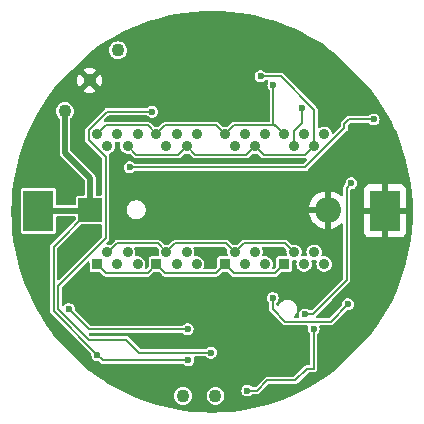
<source format=gbr>
%TF.GenerationSoftware,KiCad,Pcbnew,8.0.1*%
%TF.CreationDate,2024-12-08T15:20:24+09:00*%
%TF.ProjectId,watch,77617463-682e-46b6-9963-61645f706362,rev?*%
%TF.SameCoordinates,Original*%
%TF.FileFunction,Copper,L2,Bot*%
%TF.FilePolarity,Positive*%
%FSLAX46Y46*%
G04 Gerber Fmt 4.6, Leading zero omitted, Abs format (unit mm)*
G04 Created by KiCad (PCBNEW 8.0.1) date 2024-12-08 15:20:24*
%MOMM*%
%LPD*%
G01*
G04 APERTURE LIST*
%TA.AperFunction,ComponentPad*%
%ADD10R,0.900000X0.900000*%
%TD*%
%TA.AperFunction,ComponentPad*%
%ADD11C,0.900000*%
%TD*%
%TA.AperFunction,SMDPad,CuDef*%
%ADD12R,2.540000X3.510000*%
%TD*%
%TA.AperFunction,ComponentPad*%
%ADD13R,2.000000X2.000000*%
%TD*%
%TA.AperFunction,ComponentPad*%
%ADD14O,2.200000X2.200000*%
%TD*%
%TA.AperFunction,ComponentPad*%
%ADD15C,1.100000*%
%TD*%
%TA.AperFunction,ViaPad*%
%ADD16C,0.600000*%
%TD*%
%TA.AperFunction,Conductor*%
%ADD17C,0.200000*%
%TD*%
%TA.AperFunction,Conductor*%
%ADD18C,0.500000*%
%TD*%
G04 APERTURE END LIST*
D10*
%TO.P,U4,1,E*%
%TO.N,Net-(U2-E)*%
X91200000Y-94500000D03*
D11*
%TO.P,U4,2,D*%
%TO.N,Net-(U2-D)*%
X92050000Y-93500000D03*
%TO.P,U4,3,CC*%
%TO.N,Net-(Q3-C)*%
X92900000Y-94500000D03*
%TO.P,U4,4,C*%
%TO.N,Net-(U2-C)*%
X93750000Y-93500000D03*
%TO.P,U4,5,DP*%
%TO.N,unconnected-(U4-DP-Pad5)*%
X94600000Y-94500000D03*
%TO.P,U4,6,B*%
%TO.N,Net-(U2-B)*%
X94600000Y-83500000D03*
%TO.P,U4,7,A*%
%TO.N,Net-(U2-A)*%
X93750000Y-84500000D03*
%TO.P,U4,8,CC*%
%TO.N,unconnected-(U4-CC-Pad8)*%
X92900000Y-83500000D03*
%TO.P,U4,9,F*%
%TO.N,Net-(U2-F)*%
X92050000Y-84500000D03*
%TO.P,U4,10,G*%
%TO.N,Net-(U2-G)*%
X91200000Y-83500000D03*
%TD*%
D10*
%TO.P,U5,1,E*%
%TO.N,Net-(U2-E)*%
X96200000Y-94500000D03*
D11*
%TO.P,U5,2,D*%
%TO.N,Net-(U2-D)*%
X97050000Y-93500000D03*
%TO.P,U5,3,CC*%
%TO.N,Net-(Q4-C)*%
X97900000Y-94500000D03*
%TO.P,U5,4,C*%
%TO.N,Net-(U2-C)*%
X98750000Y-93500000D03*
%TO.P,U5,5,DP*%
%TO.N,unconnected-(U5-DP-Pad5)*%
X99600000Y-94500000D03*
%TO.P,U5,6,B*%
%TO.N,Net-(U2-B)*%
X99600000Y-83500000D03*
%TO.P,U5,7,A*%
%TO.N,Net-(U2-A)*%
X98750000Y-84500000D03*
%TO.P,U5,8,CC*%
%TO.N,unconnected-(U5-CC-Pad8)*%
X97900000Y-83500000D03*
%TO.P,U5,9,F*%
%TO.N,Net-(U2-F)*%
X97050000Y-84500000D03*
%TO.P,U5,10,G*%
%TO.N,Net-(U2-G)*%
X96200000Y-83500000D03*
%TD*%
D10*
%TO.P,U2,1,E*%
%TO.N,Net-(U2-E)*%
X80400000Y-94500000D03*
D11*
%TO.P,U2,2,D*%
%TO.N,Net-(U2-D)*%
X81250000Y-93500000D03*
%TO.P,U2,3,CC*%
%TO.N,Net-(Q1-C)*%
X82100000Y-94500000D03*
%TO.P,U2,4,C*%
%TO.N,Net-(U2-C)*%
X82950000Y-93500000D03*
%TO.P,U2,5,DP*%
%TO.N,unconnected-(U2-DP-Pad5)*%
X83800000Y-94500000D03*
%TO.P,U2,6,B*%
%TO.N,Net-(U2-B)*%
X83800000Y-83500000D03*
%TO.P,U2,7,A*%
%TO.N,Net-(U2-A)*%
X82950000Y-84500000D03*
%TO.P,U2,8,CC*%
%TO.N,unconnected-(U2-CC-Pad8)*%
X82100000Y-83500000D03*
%TO.P,U2,9,F*%
%TO.N,Net-(U2-F)*%
X81250000Y-84500000D03*
%TO.P,U2,10,G*%
%TO.N,Net-(U2-G)*%
X80400000Y-83500000D03*
%TD*%
D10*
%TO.P,U3,1,E*%
%TO.N,Net-(U2-E)*%
X85400000Y-94500000D03*
D11*
%TO.P,U3,2,D*%
%TO.N,Net-(U2-D)*%
X86250000Y-93500000D03*
%TO.P,U3,3,CC*%
%TO.N,Net-(Q2-C)*%
X87100000Y-94500000D03*
%TO.P,U3,4,C*%
%TO.N,Net-(U2-C)*%
X87950000Y-93500000D03*
%TO.P,U3,5,DP*%
%TO.N,unconnected-(U3-DP-Pad5)*%
X88800000Y-94500000D03*
%TO.P,U3,6,B*%
%TO.N,Net-(U2-B)*%
X88800000Y-83500000D03*
%TO.P,U3,7,A*%
%TO.N,Net-(U2-A)*%
X87950000Y-84500000D03*
%TO.P,U3,8,CC*%
%TO.N,unconnected-(U3-CC-Pad8)*%
X87100000Y-83500000D03*
%TO.P,U3,9,F*%
%TO.N,Net-(U2-F)*%
X86250000Y-84500000D03*
%TO.P,U3,10,G*%
%TO.N,Net-(U2-G)*%
X85400000Y-83500000D03*
%TD*%
D12*
%TO.P,BT1,1,+*%
%TO.N,VDD*%
X75400000Y-89975000D03*
%TO.P,BT1,2,-*%
%TO.N,GND*%
X104760000Y-89975000D03*
%TD*%
D13*
%TO.P,BT2,1,+*%
%TO.N,VDD*%
X79800000Y-89900000D03*
D14*
%TO.P,BT2,2,-*%
%TO.N,GND*%
X99900000Y-89900000D03*
%TD*%
D15*
%TO.P,TP5,1,1*%
%TO.N,Net-(U1-NRST)*%
X82150000Y-76400000D03*
%TD*%
%TO.P,TP4,1,1*%
%TO.N,Net-(U1-PA13{slash}SWDIO)*%
X90400000Y-105650000D03*
%TD*%
%TO.P,TP1,1,1*%
%TO.N,VDD*%
X77650000Y-81550000D03*
%TD*%
%TO.P,TP2,1,1*%
%TO.N,Net-(U1-PA14{slash}SWCLK)*%
X87650000Y-105650000D03*
%TD*%
%TO.P,TP3,1,1*%
%TO.N,GND*%
X79750000Y-78950000D03*
%TD*%
D16*
%TO.N,VDD*%
X80400000Y-102200000D03*
X88100000Y-102650000D03*
%TO.N,GND*%
X75900000Y-85200000D03*
X100000000Y-98420000D03*
X89900000Y-96350000D03*
X78850000Y-92450000D03*
X94350000Y-80600000D03*
X88800000Y-98550000D03*
X89950000Y-80750000D03*
X94100000Y-89800000D03*
X89900000Y-93600000D03*
X84400000Y-96450000D03*
X84500000Y-93450000D03*
X94600000Y-102600000D03*
X95450000Y-93500000D03*
X87000000Y-89750000D03*
X94700000Y-74750000D03*
X103300000Y-98650000D03*
X98880000Y-95320000D03*
X95000000Y-96150000D03*
X84050000Y-104800000D03*
%TO.N,Net-(D1-K)*%
X83150000Y-86300000D03*
X103800000Y-82250000D03*
%TO.N,Net-(U2-A)*%
X94211952Y-78599569D03*
%TO.N,Net-(U1-PA1)*%
X77984925Y-98299999D03*
X88050000Y-100000000D03*
X97993593Y-98762167D03*
X101900000Y-87650000D03*
%TO.N,Net-(U2-G)*%
X95300000Y-79350000D03*
%TO.N,Net-(U2-F)*%
X97700000Y-81300000D03*
%TO.N,Net-(D1-A)*%
X95244053Y-97363906D03*
X101600000Y-97900000D03*
%TO.N,Net-(U1-PB9)*%
X98700000Y-100000000D03*
X93100000Y-105200000D03*
%TO.N,Net-(U1-NRST)*%
X90000000Y-102000000D03*
X85050000Y-81600000D03*
%TD*%
D17*
%TO.N,VDD*%
X76685140Y-98485140D02*
X80400000Y-102200000D01*
D18*
X75400000Y-89975000D02*
X79725000Y-89975000D01*
X79800000Y-87250000D02*
X77650000Y-85100000D01*
D17*
X80400000Y-102200000D02*
X80850000Y-102650000D01*
D18*
X79800000Y-89900000D02*
X79800000Y-87250000D01*
X79725000Y-89975000D02*
X79800000Y-89900000D01*
D17*
X76685140Y-93014860D02*
X76685140Y-98485140D01*
X80850000Y-102650000D02*
X88100000Y-102650000D01*
D18*
X77650000Y-85100000D02*
X77650000Y-81550000D01*
D17*
X79800000Y-89900000D02*
X76685140Y-93014860D01*
%TO.N,GND*%
X99975000Y-89975000D02*
X99900000Y-89900000D01*
%TO.N,Net-(D1-K)*%
X101300000Y-82650000D02*
X101300000Y-83010661D01*
X101700000Y-82250000D02*
X101300000Y-82650000D01*
X101300000Y-83010661D02*
X98010661Y-86300000D01*
X98010661Y-86300000D02*
X83150000Y-86300000D01*
X103800000Y-82250000D02*
X101700000Y-82250000D01*
%TO.N,Net-(U2-A)*%
X87950000Y-84500000D02*
X88700000Y-85250000D01*
X95918808Y-78599569D02*
X94211952Y-78599569D01*
X98000000Y-85250000D02*
X98750000Y-84500000D01*
X87200000Y-85250000D02*
X87950000Y-84500000D01*
X83700000Y-85250000D02*
X87200000Y-85250000D01*
X98750000Y-81430761D02*
X95918808Y-78599569D01*
X93750000Y-84500000D02*
X94500000Y-85250000D01*
X82950000Y-84500000D02*
X83700000Y-85250000D01*
X93000000Y-85250000D02*
X93750000Y-84500000D01*
X88700000Y-85250000D02*
X93000000Y-85250000D01*
X98750000Y-84500000D02*
X98750000Y-81430761D01*
X94500000Y-85250000D02*
X98000000Y-85250000D01*
%TO.N,Net-(U2-D)*%
X96300000Y-92750000D02*
X97050000Y-93500000D01*
X81300000Y-93500000D02*
X82050000Y-92750000D01*
X81250000Y-93500000D02*
X81300000Y-93500000D01*
X91300000Y-92750000D02*
X92050000Y-93500000D01*
X85500000Y-92750000D02*
X86250000Y-93500000D01*
X87000000Y-92750000D02*
X91300000Y-92750000D01*
X86250000Y-93500000D02*
X87000000Y-92750000D01*
X92800000Y-92750000D02*
X96300000Y-92750000D01*
X92050000Y-93500000D02*
X92800000Y-92750000D01*
X82050000Y-92750000D02*
X85500000Y-92750000D01*
%TO.N,Net-(U1-PA1)*%
X79684926Y-100000000D02*
X77984925Y-98299999D01*
X101500000Y-88050000D02*
X101900000Y-87650000D01*
X101500000Y-95850000D02*
X98650000Y-98700000D01*
X101500000Y-95850000D02*
X101500000Y-88050000D01*
X98650000Y-98700000D02*
X98055760Y-98700000D01*
X88050000Y-100000000D02*
X79684926Y-100000000D01*
X98055760Y-98700000D02*
X97993593Y-98762167D01*
%TO.N,Net-(U2-G)*%
X86150000Y-82750000D02*
X90450000Y-82750000D01*
X81150000Y-82750000D02*
X84650000Y-82750000D01*
X80400000Y-83500000D02*
X81150000Y-82750000D01*
X95300000Y-82600000D02*
X95800000Y-83100000D01*
X91200000Y-83500000D02*
X91950000Y-82750000D01*
X84650000Y-82750000D02*
X85400000Y-83500000D01*
X85400000Y-83500000D02*
X86150000Y-82750000D01*
X90450000Y-82750000D02*
X91200000Y-83500000D01*
X95300000Y-79350000D02*
X95300000Y-82600000D01*
X95800000Y-83100000D02*
X96200000Y-83500000D01*
X95450000Y-82750000D02*
X95800000Y-83100000D01*
X91950000Y-82750000D02*
X95450000Y-82750000D01*
%TO.N,Net-(U2-E)*%
X91200000Y-94500000D02*
X91950000Y-95250000D01*
X95450000Y-95250000D02*
X96200000Y-94500000D01*
X90450000Y-95250000D02*
X91200000Y-94500000D01*
X84650000Y-95250000D02*
X85400000Y-94500000D01*
X86150000Y-95250000D02*
X90450000Y-95250000D01*
X81150000Y-95250000D02*
X84650000Y-95250000D01*
X80400000Y-94500000D02*
X81150000Y-95250000D01*
X85400000Y-94500000D02*
X86150000Y-95250000D01*
X91950000Y-95250000D02*
X95450000Y-95250000D01*
%TO.N,Net-(U2-F)*%
X97700000Y-82550000D02*
X97050000Y-83200000D01*
X97700000Y-81300000D02*
X97700000Y-82550000D01*
X97050000Y-83200000D02*
X97050000Y-84500000D01*
%TO.N,Net-(D1-A)*%
X96289375Y-99362167D02*
X95244053Y-98316845D01*
X101600000Y-97900000D02*
X100137833Y-99362167D01*
X100137833Y-99362167D02*
X96289375Y-99362167D01*
X95244053Y-98316845D02*
X95244053Y-97363906D01*
%TO.N,Net-(U1-PB9)*%
X93900000Y-105200000D02*
X94750000Y-104350000D01*
X93100000Y-105200000D02*
X93900000Y-105200000D01*
X98150000Y-103350000D02*
X98700000Y-103350000D01*
X94750000Y-104350000D02*
X97150000Y-104350000D01*
X98700000Y-103350000D02*
X98700000Y-100000000D01*
X97150000Y-104350000D02*
X98150000Y-103350000D01*
%TO.N,Net-(U1-NRST)*%
X77085140Y-96330546D02*
X81100000Y-92315686D01*
X79650000Y-83150000D02*
X81200000Y-81600000D01*
X90000000Y-102000000D02*
X83950001Y-102000000D01*
X77085140Y-98319454D02*
X77085140Y-96330546D01*
X81100000Y-92315686D02*
X81100000Y-85410661D01*
X81100000Y-85410661D02*
X79650000Y-83960661D01*
X79650000Y-83960661D02*
X79650000Y-83150000D01*
X79665685Y-100899999D02*
X77085140Y-98319454D01*
X82850000Y-100899999D02*
X79665685Y-100899999D01*
X83950001Y-102000000D02*
X82850000Y-100899999D01*
X81200000Y-81600000D02*
X85050000Y-81600000D01*
%TD*%
%TA.AperFunction,Conductor*%
%TO.N,GND*%
G36*
X80742539Y-91120185D02*
G01*
X80788294Y-91172989D01*
X80799500Y-91224500D01*
X80799500Y-92139853D01*
X80779815Y-92206892D01*
X80763181Y-92227534D01*
X77197321Y-95793394D01*
X77135998Y-95826879D01*
X77066306Y-95821895D01*
X77010373Y-95780023D01*
X76985956Y-95714559D01*
X76985640Y-95705713D01*
X76985640Y-93190693D01*
X77005325Y-93123654D01*
X77021959Y-93103012D01*
X78988152Y-91136819D01*
X79049475Y-91103334D01*
X79075833Y-91100500D01*
X80675500Y-91100500D01*
X80742539Y-91120185D01*
G37*
%TD.AperFunction*%
%TA.AperFunction,Conductor*%
G36*
X91191206Y-93070185D02*
G01*
X91211848Y-93086819D01*
X91376965Y-93251936D01*
X91410450Y-93313259D01*
X91412380Y-93354563D01*
X91394722Y-93499999D01*
X91394722Y-93500000D01*
X91413763Y-93656819D01*
X91413763Y-93656821D01*
X91423134Y-93681530D01*
X91428501Y-93751193D01*
X91395353Y-93812699D01*
X91334214Y-93846520D01*
X91307192Y-93849500D01*
X90730247Y-93849500D01*
X90671770Y-93861131D01*
X90671769Y-93861132D01*
X90605447Y-93905447D01*
X90561132Y-93971769D01*
X90561131Y-93971770D01*
X90549500Y-94030247D01*
X90549500Y-94674167D01*
X90529815Y-94741206D01*
X90513181Y-94761848D01*
X90361848Y-94913181D01*
X90300525Y-94946666D01*
X90274167Y-94949500D01*
X89504882Y-94949500D01*
X89437843Y-94929815D01*
X89392088Y-94877011D01*
X89382144Y-94807853D01*
X89388938Y-94781534D01*
X89436237Y-94656818D01*
X89455278Y-94500000D01*
X89436237Y-94343182D01*
X89436236Y-94343180D01*
X89408237Y-94269353D01*
X89380220Y-94195477D01*
X89290483Y-94065470D01*
X89172240Y-93960717D01*
X89172238Y-93960716D01*
X89172237Y-93960715D01*
X89032365Y-93887303D01*
X88878986Y-93849500D01*
X88878985Y-93849500D01*
X88721015Y-93849500D01*
X88721014Y-93849500D01*
X88713568Y-93850404D01*
X88713414Y-93849135D01*
X88651313Y-93846399D01*
X88594254Y-93806074D01*
X88568055Y-93741302D01*
X88575510Y-93685102D01*
X88576865Y-93681530D01*
X88586237Y-93656818D01*
X88605278Y-93500000D01*
X88586237Y-93343182D01*
X88538939Y-93218469D01*
X88533573Y-93148808D01*
X88566720Y-93087302D01*
X88627858Y-93053481D01*
X88654882Y-93050500D01*
X91124167Y-93050500D01*
X91191206Y-93070185D01*
G37*
%TD.AperFunction*%
%TA.AperFunction,Conductor*%
G36*
X85391206Y-93070185D02*
G01*
X85411848Y-93086819D01*
X85576965Y-93251936D01*
X85610450Y-93313259D01*
X85612380Y-93354563D01*
X85594722Y-93499999D01*
X85594722Y-93500000D01*
X85613763Y-93656819D01*
X85613763Y-93656821D01*
X85623134Y-93681530D01*
X85628501Y-93751193D01*
X85595353Y-93812699D01*
X85534214Y-93846520D01*
X85507192Y-93849500D01*
X84930247Y-93849500D01*
X84871770Y-93861131D01*
X84871769Y-93861132D01*
X84805447Y-93905447D01*
X84761132Y-93971769D01*
X84761131Y-93971770D01*
X84749500Y-94030247D01*
X84749500Y-94674167D01*
X84729815Y-94741206D01*
X84713185Y-94761843D01*
X84624701Y-94850328D01*
X84611329Y-94863700D01*
X84550006Y-94897184D01*
X84480314Y-94892200D01*
X84424381Y-94850328D01*
X84399964Y-94784863D01*
X84407705Y-94732049D01*
X84436237Y-94656818D01*
X84455278Y-94500000D01*
X84436237Y-94343182D01*
X84436236Y-94343180D01*
X84408237Y-94269353D01*
X84380220Y-94195477D01*
X84290483Y-94065470D01*
X84172240Y-93960717D01*
X84172238Y-93960716D01*
X84172237Y-93960715D01*
X84032365Y-93887303D01*
X83878986Y-93849500D01*
X83878985Y-93849500D01*
X83721015Y-93849500D01*
X83721014Y-93849500D01*
X83713568Y-93850404D01*
X83713414Y-93849135D01*
X83651313Y-93846399D01*
X83594254Y-93806074D01*
X83568055Y-93741302D01*
X83575510Y-93685102D01*
X83576865Y-93681530D01*
X83586237Y-93656818D01*
X83605278Y-93500000D01*
X83586237Y-93343182D01*
X83538939Y-93218469D01*
X83533573Y-93148808D01*
X83566720Y-93087302D01*
X83627858Y-93053481D01*
X83654882Y-93050500D01*
X85324167Y-93050500D01*
X85391206Y-93070185D01*
G37*
%TD.AperFunction*%
%TA.AperFunction,Conductor*%
G36*
X96191206Y-93070185D02*
G01*
X96211848Y-93086819D01*
X96376965Y-93251936D01*
X96410450Y-93313259D01*
X96412380Y-93354563D01*
X96394722Y-93499999D01*
X96394722Y-93500000D01*
X96413763Y-93656819D01*
X96413763Y-93656821D01*
X96423134Y-93681530D01*
X96428501Y-93751193D01*
X96395353Y-93812699D01*
X96334214Y-93846520D01*
X96307192Y-93849500D01*
X95730247Y-93849500D01*
X95671770Y-93861131D01*
X95671769Y-93861132D01*
X95605447Y-93905447D01*
X95561132Y-93971769D01*
X95561131Y-93971770D01*
X95549500Y-94030247D01*
X95549500Y-94674167D01*
X95529815Y-94741206D01*
X95513185Y-94761843D01*
X95424701Y-94850328D01*
X95411329Y-94863700D01*
X95350006Y-94897184D01*
X95280314Y-94892200D01*
X95224381Y-94850328D01*
X95199964Y-94784863D01*
X95207705Y-94732049D01*
X95236237Y-94656818D01*
X95255278Y-94500000D01*
X95236237Y-94343182D01*
X95236236Y-94343180D01*
X95208237Y-94269353D01*
X95180220Y-94195477D01*
X95090483Y-94065470D01*
X94972240Y-93960717D01*
X94972238Y-93960716D01*
X94972237Y-93960715D01*
X94832365Y-93887303D01*
X94678986Y-93849500D01*
X94678985Y-93849500D01*
X94521015Y-93849500D01*
X94521014Y-93849500D01*
X94513568Y-93850404D01*
X94513414Y-93849135D01*
X94451313Y-93846399D01*
X94394254Y-93806074D01*
X94368055Y-93741302D01*
X94375510Y-93685102D01*
X94376865Y-93681530D01*
X94386237Y-93656818D01*
X94405278Y-93500000D01*
X94386237Y-93343182D01*
X94338939Y-93218469D01*
X94333573Y-93148808D01*
X94366720Y-93087302D01*
X94427858Y-93053481D01*
X94454882Y-93050500D01*
X96124167Y-93050500D01*
X96191206Y-93070185D01*
G37*
%TD.AperFunction*%
%TA.AperFunction,Conductor*%
G36*
X90119609Y-73059574D02*
G01*
X90903964Y-73078128D01*
X90909646Y-73078395D01*
X91692291Y-73133360D01*
X91698021Y-73133896D01*
X92477242Y-73225151D01*
X92482932Y-73225951D01*
X93257053Y-73353298D01*
X93262700Y-73354361D01*
X94030125Y-73517538D01*
X94035694Y-73518858D01*
X94794722Y-73717507D01*
X94800188Y-73719074D01*
X95549154Y-73952760D01*
X95554573Y-73954589D01*
X96291894Y-74222816D01*
X96297223Y-74224897D01*
X97021252Y-74527066D01*
X97026497Y-74529400D01*
X97735725Y-74864881D01*
X97740833Y-74867445D01*
X98271728Y-75149458D01*
X98433688Y-75235492D01*
X98438712Y-75238312D01*
X99113717Y-75638140D01*
X99118604Y-75641190D01*
X99378784Y-75812108D01*
X99774319Y-76071945D01*
X99779028Y-76075197D01*
X100365188Y-76500507D01*
X100370197Y-76504652D01*
X100373829Y-76507265D01*
X100404110Y-76529053D01*
X100420412Y-76540782D01*
X100423126Y-76542792D01*
X100468786Y-76577571D01*
X100474977Y-76581116D01*
X100501044Y-76601044D01*
X103540157Y-79640157D01*
X103561615Y-79669976D01*
X103561742Y-79669901D01*
X103562632Y-79671390D01*
X103563471Y-79672556D01*
X103564180Y-79673980D01*
X103589831Y-79710256D01*
X103596881Y-79723106D01*
X103597289Y-79722874D01*
X103601321Y-79729928D01*
X103601324Y-79729936D01*
X103632388Y-79770797D01*
X103634706Y-79773846D01*
X103637228Y-79777285D01*
X103669274Y-79822592D01*
X103678205Y-79833486D01*
X104102386Y-80419188D01*
X104105653Y-80423927D01*
X104535211Y-81079040D01*
X104538255Y-81083927D01*
X104936933Y-81758253D01*
X104939747Y-81763275D01*
X105306702Y-82455385D01*
X105309280Y-82460532D01*
X105343966Y-82534004D01*
X105622028Y-83122989D01*
X105643725Y-83168946D01*
X105646060Y-83174207D01*
X105927322Y-83849500D01*
X105947251Y-83897347D01*
X105949340Y-83902709D01*
X106025569Y-84112696D01*
X106216656Y-84639084D01*
X106218494Y-84644539D01*
X106451339Y-85392511D01*
X106452922Y-85398046D01*
X106650803Y-86156026D01*
X106652127Y-86161628D01*
X106814611Y-86927962D01*
X106815674Y-86933620D01*
X106942414Y-87706660D01*
X106943214Y-87712361D01*
X107033944Y-88490499D01*
X107034477Y-88496231D01*
X107088989Y-89277674D01*
X107089257Y-89283425D01*
X107107442Y-90066608D01*
X107107442Y-90072364D01*
X107089257Y-90855547D01*
X107088989Y-90861298D01*
X107034478Y-91642742D01*
X107033945Y-91648474D01*
X106943215Y-92426612D01*
X106942415Y-92432313D01*
X106815676Y-93205353D01*
X106814613Y-93211011D01*
X106652128Y-93977345D01*
X106650804Y-93982947D01*
X106452924Y-94740926D01*
X106451341Y-94746461D01*
X106218496Y-95494434D01*
X106216658Y-95499889D01*
X105949346Y-96236254D01*
X105947256Y-96241619D01*
X105646059Y-96964773D01*
X105643723Y-96970034D01*
X105309283Y-97678441D01*
X105306705Y-97683588D01*
X104939750Y-98375699D01*
X104936936Y-98380721D01*
X104538258Y-99055047D01*
X104535214Y-99059933D01*
X104105648Y-99715060D01*
X104102380Y-99719800D01*
X103678207Y-100305488D01*
X103669275Y-100316386D01*
X103640712Y-100356766D01*
X103627160Y-100372838D01*
X100358247Y-103641751D01*
X100343408Y-103654420D01*
X99781537Y-104062269D01*
X99776793Y-104065546D01*
X99120668Y-104496715D01*
X99115778Y-104499769D01*
X98440274Y-104900000D01*
X98435246Y-104902823D01*
X97741888Y-105271208D01*
X97736735Y-105273794D01*
X97027003Y-105609552D01*
X97021735Y-105611896D01*
X96297159Y-105914302D01*
X96291789Y-105916398D01*
X95553928Y-106184800D01*
X95548465Y-106186644D01*
X94798955Y-106420447D01*
X94793412Y-106422036D01*
X94033817Y-106620752D01*
X94028207Y-106622081D01*
X93260209Y-106785272D01*
X93254543Y-106786339D01*
X92479777Y-106913655D01*
X92474068Y-106914457D01*
X91694233Y-107005621D01*
X91688492Y-107006157D01*
X90905270Y-107060971D01*
X90899511Y-107061240D01*
X90114577Y-107079588D01*
X90108811Y-107079589D01*
X89323872Y-107061430D01*
X89318113Y-107061163D01*
X88534855Y-107006536D01*
X88529114Y-107006001D01*
X87749261Y-106915026D01*
X87743551Y-106914225D01*
X86968752Y-106787095D01*
X86963086Y-106786029D01*
X86195048Y-106623023D01*
X86189447Y-106621697D01*
X85429812Y-106423165D01*
X85424272Y-106421579D01*
X84674685Y-106187949D01*
X84669222Y-106186106D01*
X83931313Y-105917888D01*
X83925941Y-105915793D01*
X83288663Y-105650002D01*
X86894751Y-105650002D01*
X86913685Y-105818056D01*
X86969545Y-105977694D01*
X86969547Y-105977697D01*
X87059518Y-106120884D01*
X87059523Y-106120890D01*
X87179109Y-106240476D01*
X87179115Y-106240481D01*
X87322302Y-106330452D01*
X87322305Y-106330454D01*
X87322309Y-106330455D01*
X87322310Y-106330456D01*
X87394913Y-106355860D01*
X87481943Y-106386314D01*
X87649997Y-106405249D01*
X87650000Y-106405249D01*
X87650003Y-106405249D01*
X87818056Y-106386314D01*
X87818059Y-106386313D01*
X87977690Y-106330456D01*
X87977692Y-106330454D01*
X87977694Y-106330454D01*
X87977697Y-106330452D01*
X88120884Y-106240481D01*
X88120885Y-106240480D01*
X88120890Y-106240477D01*
X88240477Y-106120890D01*
X88300026Y-106026119D01*
X88330452Y-105977697D01*
X88330454Y-105977694D01*
X88330454Y-105977692D01*
X88330456Y-105977690D01*
X88386313Y-105818059D01*
X88386313Y-105818058D01*
X88386314Y-105818056D01*
X88405249Y-105650002D01*
X89644751Y-105650002D01*
X89663685Y-105818056D01*
X89719545Y-105977694D01*
X89719547Y-105977697D01*
X89809518Y-106120884D01*
X89809523Y-106120890D01*
X89929109Y-106240476D01*
X89929115Y-106240481D01*
X90072302Y-106330452D01*
X90072305Y-106330454D01*
X90072309Y-106330455D01*
X90072310Y-106330456D01*
X90144913Y-106355860D01*
X90231943Y-106386314D01*
X90399997Y-106405249D01*
X90400000Y-106405249D01*
X90400003Y-106405249D01*
X90568056Y-106386314D01*
X90568059Y-106386313D01*
X90727690Y-106330456D01*
X90727692Y-106330454D01*
X90727694Y-106330454D01*
X90727697Y-106330452D01*
X90870884Y-106240481D01*
X90870885Y-106240480D01*
X90870890Y-106240477D01*
X90990477Y-106120890D01*
X91050026Y-106026119D01*
X91080452Y-105977697D01*
X91080454Y-105977694D01*
X91080454Y-105977692D01*
X91080456Y-105977690D01*
X91136313Y-105818059D01*
X91136313Y-105818058D01*
X91136314Y-105818056D01*
X91155249Y-105650002D01*
X91155249Y-105649997D01*
X91136314Y-105481943D01*
X91080454Y-105322305D01*
X91080452Y-105322302D01*
X91003604Y-105200000D01*
X92594353Y-105200000D01*
X92614834Y-105342456D01*
X92659591Y-105440458D01*
X92674623Y-105473373D01*
X92768872Y-105582143D01*
X92889947Y-105659953D01*
X92889950Y-105659954D01*
X92889949Y-105659954D01*
X93028036Y-105700499D01*
X93028038Y-105700500D01*
X93028039Y-105700500D01*
X93171962Y-105700500D01*
X93171962Y-105700499D01*
X93310053Y-105659953D01*
X93431128Y-105582143D01*
X93464788Y-105543296D01*
X93523567Y-105505523D01*
X93558501Y-105500500D01*
X93939560Y-105500500D01*
X93939562Y-105500500D01*
X94015989Y-105480021D01*
X94084511Y-105440460D01*
X94140460Y-105384511D01*
X94838152Y-104686819D01*
X94899475Y-104653334D01*
X94925833Y-104650500D01*
X97189560Y-104650500D01*
X97189562Y-104650500D01*
X97265989Y-104630021D01*
X97334511Y-104590460D01*
X97390460Y-104534511D01*
X98238152Y-103686819D01*
X98299475Y-103653334D01*
X98325833Y-103650500D01*
X98739560Y-103650500D01*
X98739562Y-103650500D01*
X98815989Y-103630021D01*
X98884511Y-103590460D01*
X98940460Y-103534511D01*
X98980021Y-103465989D01*
X99000500Y-103389562D01*
X99000500Y-100463738D01*
X99020185Y-100396699D01*
X99030787Y-100382535D01*
X99031124Y-100382144D01*
X99031128Y-100382143D01*
X99125377Y-100273373D01*
X99185165Y-100142457D01*
X99205647Y-100000000D01*
X99185165Y-99857543D01*
X99176321Y-99838177D01*
X99166378Y-99769019D01*
X99195404Y-99705463D01*
X99254182Y-99667690D01*
X99289116Y-99662667D01*
X100177393Y-99662667D01*
X100177395Y-99662667D01*
X100253822Y-99642188D01*
X100322344Y-99602627D01*
X100378293Y-99546678D01*
X101488151Y-98436818D01*
X101549474Y-98403334D01*
X101575832Y-98400500D01*
X101671962Y-98400500D01*
X101671962Y-98400499D01*
X101779121Y-98369035D01*
X101810050Y-98359954D01*
X101810050Y-98359953D01*
X101810053Y-98359953D01*
X101931128Y-98282143D01*
X102025377Y-98173373D01*
X102085165Y-98042457D01*
X102105647Y-97900000D01*
X102085165Y-97757543D01*
X102025377Y-97626627D01*
X101931128Y-97517857D01*
X101810053Y-97440047D01*
X101810051Y-97440046D01*
X101810049Y-97440045D01*
X101810050Y-97440045D01*
X101671963Y-97399500D01*
X101671961Y-97399500D01*
X101528039Y-97399500D01*
X101528036Y-97399500D01*
X101389949Y-97440045D01*
X101268873Y-97517856D01*
X101174623Y-97626626D01*
X101174622Y-97626628D01*
X101114834Y-97757543D01*
X101094353Y-97900000D01*
X101094353Y-97900001D01*
X101095661Y-97909103D01*
X101085713Y-97978261D01*
X101060603Y-98014424D01*
X100049681Y-99025348D01*
X99988358Y-99058833D01*
X99962000Y-99061667D01*
X99012666Y-99061667D01*
X98945627Y-99041982D01*
X98899872Y-98989178D01*
X98889928Y-98920020D01*
X98918953Y-98856464D01*
X98924985Y-98849986D01*
X100275471Y-97499500D01*
X101740460Y-96034511D01*
X101780022Y-95965988D01*
X101800500Y-95889562D01*
X101800500Y-95810438D01*
X101800500Y-90225000D01*
X102990000Y-90225000D01*
X102990000Y-91777844D01*
X102996401Y-91837372D01*
X102996403Y-91837379D01*
X103046645Y-91972086D01*
X103046649Y-91972093D01*
X103132809Y-92087187D01*
X103132812Y-92087190D01*
X103247906Y-92173350D01*
X103247913Y-92173354D01*
X103382620Y-92223596D01*
X103382627Y-92223598D01*
X103442155Y-92229999D01*
X103442172Y-92230000D01*
X104510000Y-92230000D01*
X104510000Y-90225000D01*
X105010000Y-90225000D01*
X105010000Y-92230000D01*
X106077828Y-92230000D01*
X106077844Y-92229999D01*
X106137372Y-92223598D01*
X106137379Y-92223596D01*
X106272086Y-92173354D01*
X106272093Y-92173350D01*
X106387187Y-92087190D01*
X106387190Y-92087187D01*
X106473350Y-91972093D01*
X106473354Y-91972086D01*
X106523596Y-91837379D01*
X106523598Y-91837372D01*
X106529999Y-91777844D01*
X106530000Y-91777827D01*
X106530000Y-90225000D01*
X105010000Y-90225000D01*
X104510000Y-90225000D01*
X102990000Y-90225000D01*
X101800500Y-90225000D01*
X101800500Y-89725000D01*
X102990000Y-89725000D01*
X104510000Y-89725000D01*
X104510000Y-87720000D01*
X105010000Y-87720000D01*
X105010000Y-89725000D01*
X106530000Y-89725000D01*
X106530000Y-88172172D01*
X106529999Y-88172155D01*
X106523598Y-88112627D01*
X106523596Y-88112620D01*
X106473354Y-87977913D01*
X106473350Y-87977906D01*
X106387190Y-87862812D01*
X106387187Y-87862809D01*
X106272093Y-87776649D01*
X106272086Y-87776645D01*
X106137379Y-87726403D01*
X106137372Y-87726401D01*
X106077844Y-87720000D01*
X105010000Y-87720000D01*
X104510000Y-87720000D01*
X103442155Y-87720000D01*
X103382627Y-87726401D01*
X103382620Y-87726403D01*
X103247913Y-87776645D01*
X103247906Y-87776649D01*
X103132812Y-87862809D01*
X103132809Y-87862812D01*
X103046649Y-87977906D01*
X103046645Y-87977913D01*
X102996403Y-88112620D01*
X102996401Y-88112627D01*
X102990000Y-88172155D01*
X102990000Y-89725000D01*
X101800500Y-89725000D01*
X101800500Y-88274500D01*
X101820185Y-88207461D01*
X101872989Y-88161706D01*
X101924500Y-88150500D01*
X101971962Y-88150500D01*
X101971962Y-88150499D01*
X102110053Y-88109953D01*
X102231128Y-88032143D01*
X102325377Y-87923373D01*
X102385165Y-87792457D01*
X102405647Y-87650000D01*
X102385165Y-87507543D01*
X102325377Y-87376627D01*
X102231128Y-87267857D01*
X102110053Y-87190047D01*
X102110051Y-87190046D01*
X102110049Y-87190045D01*
X102110050Y-87190045D01*
X101971963Y-87149500D01*
X101971961Y-87149500D01*
X101828039Y-87149500D01*
X101828036Y-87149500D01*
X101689949Y-87190045D01*
X101568873Y-87267856D01*
X101474623Y-87376626D01*
X101474622Y-87376628D01*
X101414834Y-87507543D01*
X101394353Y-87650000D01*
X101395661Y-87659101D01*
X101385714Y-87728259D01*
X101360605Y-87764421D01*
X101315490Y-87809538D01*
X101315489Y-87809540D01*
X101259538Y-87865491D01*
X101259535Y-87865495D01*
X101219982Y-87934004D01*
X101219979Y-87934009D01*
X101199500Y-88010439D01*
X101199500Y-88636760D01*
X101179815Y-88703799D01*
X101127011Y-88749554D01*
X101057853Y-88759498D01*
X100994969Y-88731051D01*
X100843366Y-88601570D01*
X100843362Y-88601568D01*
X100628631Y-88469980D01*
X100395956Y-88373603D01*
X100151064Y-88314811D01*
X100150000Y-88314726D01*
X100150000Y-89191759D01*
X100118767Y-89178822D01*
X99973869Y-89150000D01*
X99826131Y-89150000D01*
X99681233Y-89178822D01*
X99650000Y-89191759D01*
X99650000Y-88314726D01*
X99648935Y-88314811D01*
X99404043Y-88373603D01*
X99171368Y-88469980D01*
X98956637Y-88601568D01*
X98956632Y-88601571D01*
X98765130Y-88765130D01*
X98601571Y-88956632D01*
X98601568Y-88956637D01*
X98469980Y-89171368D01*
X98373603Y-89404043D01*
X98314811Y-89648932D01*
X98314728Y-89649999D01*
X98314729Y-89650000D01*
X99191759Y-89650000D01*
X99178822Y-89681233D01*
X99150000Y-89826131D01*
X99150000Y-89973869D01*
X99178822Y-90118767D01*
X99191759Y-90150000D01*
X98314728Y-90150000D01*
X98314811Y-90151067D01*
X98373603Y-90395956D01*
X98469980Y-90628631D01*
X98601568Y-90843362D01*
X98601571Y-90843367D01*
X98765130Y-91034869D01*
X98956632Y-91198428D01*
X98956637Y-91198431D01*
X99171368Y-91330019D01*
X99404043Y-91426396D01*
X99648932Y-91485188D01*
X99650000Y-91485271D01*
X99650000Y-90608240D01*
X99681233Y-90621178D01*
X99826131Y-90650000D01*
X99973869Y-90650000D01*
X100118767Y-90621178D01*
X100150000Y-90608240D01*
X100150000Y-91485271D01*
X100151067Y-91485188D01*
X100395956Y-91426396D01*
X100628631Y-91330019D01*
X100843362Y-91198431D01*
X100843367Y-91198428D01*
X100994968Y-91068949D01*
X101058730Y-91040378D01*
X101127815Y-91050815D01*
X101180291Y-91096946D01*
X101199500Y-91163239D01*
X101199500Y-95674167D01*
X101179815Y-95741206D01*
X101163181Y-95761848D01*
X98561848Y-98363181D01*
X98500525Y-98396666D01*
X98474167Y-98399500D01*
X98391436Y-98399500D01*
X98324397Y-98379816D01*
X98322885Y-98378844D01*
X98203646Y-98302214D01*
X98203644Y-98302213D01*
X98203642Y-98302212D01*
X98203643Y-98302212D01*
X98065556Y-98261667D01*
X98065554Y-98261667D01*
X97921632Y-98261667D01*
X97921629Y-98261667D01*
X97783542Y-98302212D01*
X97662466Y-98380023D01*
X97568216Y-98488793D01*
X97568215Y-98488795D01*
X97508427Y-98619710D01*
X97487946Y-98762167D01*
X97509690Y-98913402D01*
X97507872Y-98913663D01*
X97507871Y-98972605D01*
X97470095Y-99031382D01*
X97406538Y-99060405D01*
X97388895Y-99061667D01*
X97169774Y-99061667D01*
X97102735Y-99041982D01*
X97056980Y-98989178D01*
X97047036Y-98920020D01*
X97076061Y-98856464D01*
X97082093Y-98849986D01*
X97121786Y-98810292D01*
X97121789Y-98810289D01*
X97209394Y-98679179D01*
X97269737Y-98533497D01*
X97300500Y-98378842D01*
X97300500Y-98221158D01*
X97300500Y-98221155D01*
X97300499Y-98221153D01*
X97290995Y-98173373D01*
X97269737Y-98066503D01*
X97259777Y-98042457D01*
X97209397Y-97920827D01*
X97209390Y-97920814D01*
X97121789Y-97789711D01*
X97121786Y-97789707D01*
X97010292Y-97678213D01*
X97010288Y-97678210D01*
X96879185Y-97590609D01*
X96879172Y-97590602D01*
X96733501Y-97530264D01*
X96733489Y-97530261D01*
X96578845Y-97499500D01*
X96578842Y-97499500D01*
X96421158Y-97499500D01*
X96421155Y-97499500D01*
X96266510Y-97530261D01*
X96266498Y-97530264D01*
X96120827Y-97590602D01*
X96120814Y-97590609D01*
X95989711Y-97678210D01*
X95989707Y-97678213D01*
X95878213Y-97789707D01*
X95878210Y-97789711D01*
X95790609Y-97920814D01*
X95790602Y-97920827D01*
X95783114Y-97938907D01*
X95739273Y-97993311D01*
X95672979Y-98015376D01*
X95605280Y-97998097D01*
X95557669Y-97946960D01*
X95544553Y-97891455D01*
X95544553Y-97827644D01*
X95564238Y-97760605D01*
X95574840Y-97746441D01*
X95575177Y-97746050D01*
X95575181Y-97746049D01*
X95669430Y-97637279D01*
X95729218Y-97506363D01*
X95749700Y-97363906D01*
X95729218Y-97221449D01*
X95669430Y-97090533D01*
X95575181Y-96981763D01*
X95454106Y-96903953D01*
X95454104Y-96903952D01*
X95454102Y-96903951D01*
X95454103Y-96903951D01*
X95316016Y-96863406D01*
X95316014Y-96863406D01*
X95172092Y-96863406D01*
X95172089Y-96863406D01*
X95034002Y-96903951D01*
X94912926Y-96981762D01*
X94818676Y-97090532D01*
X94818675Y-97090534D01*
X94758887Y-97221449D01*
X94738406Y-97363906D01*
X94758887Y-97506362D01*
X94769803Y-97530264D01*
X94818676Y-97637279D01*
X94912925Y-97746049D01*
X94912928Y-97746050D01*
X94913266Y-97746441D01*
X94942291Y-97809997D01*
X94943553Y-97827644D01*
X94943553Y-98356407D01*
X94959099Y-98414423D01*
X94964032Y-98432834D01*
X94971388Y-98445574D01*
X94971389Y-98445578D01*
X95003588Y-98501349D01*
X95003592Y-98501354D01*
X95003593Y-98501356D01*
X96104864Y-99602627D01*
X96161242Y-99635177D01*
X96173383Y-99642187D01*
X96173387Y-99642189D01*
X96249813Y-99662667D01*
X98110884Y-99662667D01*
X98177923Y-99682352D01*
X98223678Y-99735156D01*
X98233622Y-99804314D01*
X98223679Y-99838177D01*
X98214834Y-99857543D01*
X98194353Y-100000000D01*
X98214834Y-100142456D01*
X98259592Y-100240460D01*
X98274623Y-100273373D01*
X98368872Y-100382143D01*
X98368875Y-100382144D01*
X98369213Y-100382535D01*
X98398238Y-100446091D01*
X98399500Y-100463738D01*
X98399500Y-102925500D01*
X98379815Y-102992539D01*
X98327011Y-103038294D01*
X98275500Y-103049500D01*
X98110438Y-103049500D01*
X98034010Y-103069978D01*
X97965489Y-103109540D01*
X97965486Y-103109542D01*
X97061848Y-104013181D01*
X97000525Y-104046666D01*
X96974167Y-104049500D01*
X94710438Y-104049500D01*
X94634010Y-104069978D01*
X94565489Y-104109540D01*
X94565486Y-104109542D01*
X93811848Y-104863181D01*
X93750525Y-104896666D01*
X93724167Y-104899500D01*
X93558501Y-104899500D01*
X93491462Y-104879815D01*
X93464788Y-104856703D01*
X93431128Y-104817857D01*
X93310053Y-104740047D01*
X93310051Y-104740046D01*
X93310049Y-104740045D01*
X93310050Y-104740045D01*
X93171963Y-104699500D01*
X93171961Y-104699500D01*
X93028039Y-104699500D01*
X93028036Y-104699500D01*
X92889949Y-104740045D01*
X92768873Y-104817856D01*
X92674623Y-104926626D01*
X92674622Y-104926628D01*
X92614834Y-105057543D01*
X92594353Y-105200000D01*
X91003604Y-105200000D01*
X90990481Y-105179115D01*
X90990476Y-105179109D01*
X90870890Y-105059523D01*
X90870884Y-105059518D01*
X90727697Y-104969547D01*
X90727694Y-104969545D01*
X90568056Y-104913685D01*
X90400003Y-104894751D01*
X90399997Y-104894751D01*
X90231943Y-104913685D01*
X90072305Y-104969545D01*
X90072302Y-104969547D01*
X89929115Y-105059518D01*
X89929109Y-105059523D01*
X89809523Y-105179109D01*
X89809518Y-105179115D01*
X89719547Y-105322302D01*
X89719545Y-105322305D01*
X89663685Y-105481943D01*
X89644751Y-105649997D01*
X89644751Y-105650002D01*
X88405249Y-105650002D01*
X88405249Y-105649997D01*
X88386314Y-105481943D01*
X88330454Y-105322305D01*
X88330452Y-105322302D01*
X88240481Y-105179115D01*
X88240476Y-105179109D01*
X88120890Y-105059523D01*
X88120884Y-105059518D01*
X87977697Y-104969547D01*
X87977694Y-104969545D01*
X87818056Y-104913685D01*
X87650003Y-104894751D01*
X87649997Y-104894751D01*
X87481943Y-104913685D01*
X87322305Y-104969545D01*
X87322302Y-104969547D01*
X87179115Y-105059518D01*
X87179109Y-105059523D01*
X87059523Y-105179109D01*
X87059518Y-105179115D01*
X86969547Y-105322302D01*
X86969545Y-105322305D01*
X86913685Y-105481943D01*
X86894751Y-105649997D01*
X86894751Y-105650002D01*
X83288663Y-105650002D01*
X83201294Y-105613563D01*
X83196026Y-105611221D01*
X82486203Y-105275630D01*
X82481049Y-105273045D01*
X82322111Y-105188649D01*
X81787586Y-104904816D01*
X81782576Y-104902004D01*
X81298725Y-104615484D01*
X81106990Y-104501945D01*
X81102099Y-104498893D01*
X80445845Y-104067866D01*
X80441101Y-104064590D01*
X79854419Y-103638949D01*
X79849465Y-103634850D01*
X79799202Y-103598688D01*
X79796490Y-103596680D01*
X79750834Y-103561908D01*
X79743779Y-103557869D01*
X79744142Y-103557234D01*
X79732287Y-103550661D01*
X79698213Y-103526193D01*
X79635523Y-103494460D01*
X79603844Y-103471508D01*
X76709171Y-100576835D01*
X76685856Y-100544434D01*
X76646711Y-100465830D01*
X76637878Y-100453337D01*
X76624354Y-100428689D01*
X76616318Y-100409040D01*
X76577344Y-100357774D01*
X76575628Y-100355462D01*
X76115248Y-99719778D01*
X76111981Y-99715038D01*
X76088885Y-99679815D01*
X75682430Y-99059933D01*
X75679393Y-99055058D01*
X75595797Y-98913663D01*
X75280704Y-98380714D01*
X75277895Y-98375700D01*
X74910931Y-97683572D01*
X74908362Y-97678442D01*
X74908253Y-97678211D01*
X74573908Y-96970008D01*
X74571585Y-96964773D01*
X74270382Y-96241602D01*
X74268311Y-96236288D01*
X74000979Y-95499867D01*
X73999156Y-95494458D01*
X73766302Y-94746457D01*
X73764721Y-94740928D01*
X73566838Y-93982939D01*
X73565517Y-93977347D01*
X73564334Y-93971769D01*
X73403033Y-93211011D01*
X73401970Y-93205354D01*
X73349826Y-92887303D01*
X73275228Y-92432303D01*
X73274430Y-92426613D01*
X73273682Y-92420194D01*
X73195509Y-91749752D01*
X73929500Y-91749752D01*
X73941131Y-91808229D01*
X73941132Y-91808230D01*
X73985447Y-91874552D01*
X74051769Y-91918867D01*
X74051770Y-91918868D01*
X74110247Y-91930499D01*
X74110250Y-91930500D01*
X74110252Y-91930500D01*
X76689750Y-91930500D01*
X76689751Y-91930499D01*
X76704568Y-91927552D01*
X76748229Y-91918868D01*
X76748229Y-91918867D01*
X76748231Y-91918867D01*
X76814552Y-91874552D01*
X76858867Y-91808231D01*
X76858867Y-91808229D01*
X76858868Y-91808229D01*
X76870499Y-91749752D01*
X76870500Y-91749750D01*
X76870500Y-90549500D01*
X76890185Y-90482461D01*
X76942989Y-90436706D01*
X76994500Y-90425500D01*
X78475500Y-90425500D01*
X78542539Y-90445185D01*
X78588294Y-90497989D01*
X78599500Y-90549500D01*
X78599500Y-90624167D01*
X78579815Y-90691206D01*
X78563181Y-90711848D01*
X76444681Y-92830347D01*
X76444675Y-92830355D01*
X76405122Y-92898864D01*
X76405119Y-92898869D01*
X76391466Y-92949822D01*
X76384640Y-92975298D01*
X76384640Y-98524702D01*
X76386995Y-98533489D01*
X76405119Y-98601130D01*
X76415434Y-98618996D01*
X76425750Y-98636863D01*
X76425751Y-98636864D01*
X76444679Y-98669650D01*
X79860604Y-102085575D01*
X79894089Y-102146898D01*
X79895661Y-102190902D01*
X79894353Y-102199999D01*
X79914834Y-102342456D01*
X79915219Y-102343298D01*
X79974623Y-102473373D01*
X80068872Y-102582143D01*
X80189947Y-102659953D01*
X80189950Y-102659954D01*
X80189949Y-102659954D01*
X80297107Y-102691417D01*
X80325280Y-102699690D01*
X80328036Y-102700499D01*
X80328038Y-102700500D01*
X80424167Y-102700500D01*
X80491206Y-102720185D01*
X80511848Y-102736819D01*
X80609540Y-102834511D01*
X80665489Y-102890460D01*
X80665491Y-102890461D01*
X80665495Y-102890464D01*
X80702224Y-102911669D01*
X80734011Y-102930021D01*
X80810438Y-102950500D01*
X87641499Y-102950500D01*
X87708538Y-102970185D01*
X87735211Y-102993296D01*
X87768872Y-103032143D01*
X87889947Y-103109953D01*
X87889950Y-103109954D01*
X87889949Y-103109954D01*
X88028036Y-103150499D01*
X88028038Y-103150500D01*
X88028039Y-103150500D01*
X88171962Y-103150500D01*
X88171962Y-103150499D01*
X88310053Y-103109953D01*
X88431128Y-103032143D01*
X88525377Y-102923373D01*
X88585165Y-102792457D01*
X88605647Y-102650000D01*
X88585165Y-102507543D01*
X88570764Y-102476011D01*
X88560821Y-102406853D01*
X88589846Y-102343298D01*
X88648624Y-102305523D01*
X88683559Y-102300500D01*
X89541499Y-102300500D01*
X89608538Y-102320185D01*
X89635211Y-102343296D01*
X89668872Y-102382143D01*
X89789947Y-102459953D01*
X89789950Y-102459954D01*
X89789949Y-102459954D01*
X89928036Y-102500499D01*
X89928038Y-102500500D01*
X89928039Y-102500500D01*
X90071962Y-102500500D01*
X90071962Y-102500499D01*
X90210053Y-102459953D01*
X90331128Y-102382143D01*
X90425377Y-102273373D01*
X90485165Y-102142457D01*
X90505647Y-102000000D01*
X90485165Y-101857543D01*
X90425377Y-101726627D01*
X90331128Y-101617857D01*
X90210053Y-101540047D01*
X90210051Y-101540046D01*
X90210049Y-101540045D01*
X90210050Y-101540045D01*
X90071963Y-101499500D01*
X90071961Y-101499500D01*
X89928039Y-101499500D01*
X89928036Y-101499500D01*
X89789949Y-101540045D01*
X89668873Y-101617856D01*
X89668872Y-101617856D01*
X89668872Y-101617857D01*
X89648651Y-101641194D01*
X89635212Y-101656703D01*
X89576433Y-101694477D01*
X89541499Y-101699500D01*
X84125834Y-101699500D01*
X84058795Y-101679815D01*
X84038153Y-101663181D01*
X83034512Y-100659540D01*
X83034504Y-100659534D01*
X83002710Y-100641178D01*
X83002706Y-100641177D01*
X82989894Y-100633780D01*
X82965990Y-100619978D01*
X82965991Y-100619978D01*
X82927775Y-100609738D01*
X82889562Y-100599499D01*
X82889560Y-100599499D01*
X79841518Y-100599499D01*
X79774479Y-100579814D01*
X79753837Y-100563180D01*
X79702838Y-100512181D01*
X79669353Y-100450858D01*
X79674337Y-100381166D01*
X79716209Y-100325233D01*
X79781673Y-100300816D01*
X79790519Y-100300500D01*
X87591499Y-100300500D01*
X87658538Y-100320185D01*
X87685211Y-100343296D01*
X87718872Y-100382143D01*
X87839947Y-100459953D01*
X87839950Y-100459954D01*
X87839949Y-100459954D01*
X87978036Y-100500499D01*
X87978038Y-100500500D01*
X87978039Y-100500500D01*
X88121962Y-100500500D01*
X88121962Y-100500499D01*
X88240038Y-100465830D01*
X88260050Y-100459954D01*
X88260050Y-100459953D01*
X88260053Y-100459953D01*
X88381128Y-100382143D01*
X88475377Y-100273373D01*
X88535165Y-100142457D01*
X88555647Y-100000000D01*
X88535165Y-99857543D01*
X88475377Y-99726627D01*
X88381128Y-99617857D01*
X88260053Y-99540047D01*
X88260051Y-99540046D01*
X88260049Y-99540045D01*
X88260050Y-99540045D01*
X88121963Y-99499500D01*
X88121961Y-99499500D01*
X87978039Y-99499500D01*
X87978036Y-99499500D01*
X87839949Y-99540045D01*
X87718873Y-99617856D01*
X87685212Y-99656703D01*
X87626433Y-99694477D01*
X87591499Y-99699500D01*
X79860759Y-99699500D01*
X79793720Y-99679815D01*
X79773078Y-99663181D01*
X78524320Y-98414423D01*
X78490835Y-98353100D01*
X78489264Y-98309093D01*
X78490572Y-98299999D01*
X78470090Y-98157542D01*
X78410302Y-98026626D01*
X78316053Y-97917856D01*
X78194978Y-97840046D01*
X78194976Y-97840045D01*
X78194974Y-97840044D01*
X78194975Y-97840044D01*
X78056888Y-97799499D01*
X78056886Y-97799499D01*
X77912964Y-97799499D01*
X77912961Y-97799499D01*
X77774874Y-97840044D01*
X77653798Y-97917855D01*
X77653797Y-97917855D01*
X77653797Y-97917856D01*
X77608152Y-97970534D01*
X77603353Y-97976072D01*
X77544575Y-98013846D01*
X77474705Y-98013846D01*
X77415927Y-97976072D01*
X77386902Y-97912516D01*
X77385640Y-97894869D01*
X77385640Y-96506379D01*
X77405325Y-96439340D01*
X77421959Y-96418698D01*
X79537819Y-94302838D01*
X79599142Y-94269353D01*
X79668834Y-94274337D01*
X79724767Y-94316209D01*
X79749184Y-94381673D01*
X79749500Y-94390519D01*
X79749500Y-94969752D01*
X79761131Y-95028229D01*
X79761132Y-95028230D01*
X79805447Y-95094552D01*
X79871769Y-95138867D01*
X79871770Y-95138868D01*
X79930247Y-95150499D01*
X79930250Y-95150500D01*
X79930252Y-95150500D01*
X80574167Y-95150500D01*
X80641206Y-95170185D01*
X80661848Y-95186819D01*
X80909540Y-95434511D01*
X80965489Y-95490460D01*
X80965491Y-95490461D01*
X80965495Y-95490464D01*
X80981822Y-95499890D01*
X81034011Y-95530021D01*
X81110438Y-95550500D01*
X81110440Y-95550500D01*
X84689560Y-95550500D01*
X84689562Y-95550500D01*
X84765989Y-95530021D01*
X84834511Y-95490460D01*
X84890460Y-95434511D01*
X85138152Y-95186819D01*
X85199475Y-95153334D01*
X85225833Y-95150500D01*
X85574167Y-95150500D01*
X85641206Y-95170185D01*
X85661848Y-95186819D01*
X85909540Y-95434511D01*
X85965489Y-95490460D01*
X85965491Y-95490461D01*
X85965495Y-95490464D01*
X85981822Y-95499890D01*
X86034011Y-95530021D01*
X86110438Y-95550500D01*
X86110440Y-95550500D01*
X90489560Y-95550500D01*
X90489562Y-95550500D01*
X90565989Y-95530021D01*
X90634511Y-95490460D01*
X90690460Y-95434511D01*
X90938152Y-95186819D01*
X90999475Y-95153334D01*
X91025833Y-95150500D01*
X91374167Y-95150500D01*
X91441206Y-95170185D01*
X91461848Y-95186819D01*
X91709540Y-95434511D01*
X91765489Y-95490460D01*
X91765491Y-95490461D01*
X91765495Y-95490464D01*
X91781822Y-95499890D01*
X91834011Y-95530021D01*
X91910438Y-95550500D01*
X91910440Y-95550500D01*
X95489560Y-95550500D01*
X95489562Y-95550500D01*
X95565989Y-95530021D01*
X95634511Y-95490460D01*
X95690460Y-95434511D01*
X95938152Y-95186819D01*
X95999475Y-95153334D01*
X96025833Y-95150500D01*
X96669750Y-95150500D01*
X96669751Y-95150499D01*
X96684568Y-95147552D01*
X96728229Y-95138868D01*
X96728229Y-95138867D01*
X96728231Y-95138867D01*
X96794552Y-95094552D01*
X96838867Y-95028231D01*
X96838867Y-95028229D01*
X96838868Y-95028229D01*
X96850499Y-94969752D01*
X96850500Y-94969750D01*
X96850500Y-94274500D01*
X96870185Y-94207461D01*
X96922989Y-94161706D01*
X96974500Y-94150500D01*
X97128986Y-94150500D01*
X97136432Y-94149596D01*
X97136586Y-94150868D01*
X97198667Y-94153594D01*
X97255732Y-94193909D01*
X97281942Y-94258677D01*
X97274491Y-94314894D01*
X97263762Y-94343183D01*
X97244722Y-94499999D01*
X97244722Y-94500000D01*
X97263762Y-94656818D01*
X97303596Y-94761849D01*
X97319780Y-94804523D01*
X97409517Y-94934530D01*
X97527760Y-95039283D01*
X97527762Y-95039284D01*
X97667634Y-95112696D01*
X97821014Y-95150500D01*
X97821015Y-95150500D01*
X97978985Y-95150500D01*
X98132365Y-95112696D01*
X98166935Y-95094552D01*
X98272240Y-95039283D01*
X98390483Y-94934530D01*
X98480220Y-94804523D01*
X98536237Y-94656818D01*
X98555278Y-94500000D01*
X98536237Y-94343182D01*
X98536236Y-94343179D01*
X98536236Y-94343177D01*
X98525510Y-94314896D01*
X98520142Y-94245233D01*
X98553288Y-94183727D01*
X98614426Y-94149905D01*
X98663465Y-94150443D01*
X98663568Y-94149596D01*
X98671014Y-94150500D01*
X98671015Y-94150500D01*
X98828986Y-94150500D01*
X98836432Y-94149596D01*
X98836586Y-94150868D01*
X98898667Y-94153594D01*
X98955732Y-94193909D01*
X98981942Y-94258677D01*
X98974491Y-94314894D01*
X98963762Y-94343183D01*
X98944722Y-94499999D01*
X98944722Y-94500000D01*
X98963762Y-94656818D01*
X99003596Y-94761849D01*
X99019780Y-94804523D01*
X99109517Y-94934530D01*
X99227760Y-95039283D01*
X99227762Y-95039284D01*
X99367634Y-95112696D01*
X99521014Y-95150500D01*
X99521015Y-95150500D01*
X99678985Y-95150500D01*
X99832365Y-95112696D01*
X99866935Y-95094552D01*
X99972240Y-95039283D01*
X100090483Y-94934530D01*
X100180220Y-94804523D01*
X100236237Y-94656818D01*
X100255278Y-94500000D01*
X100236237Y-94343182D01*
X100236236Y-94343180D01*
X100208237Y-94269353D01*
X100180220Y-94195477D01*
X100090483Y-94065470D01*
X99972240Y-93960717D01*
X99972238Y-93960716D01*
X99972237Y-93960715D01*
X99832365Y-93887303D01*
X99678986Y-93849500D01*
X99678985Y-93849500D01*
X99521015Y-93849500D01*
X99521014Y-93849500D01*
X99513568Y-93850404D01*
X99513414Y-93849135D01*
X99451313Y-93846399D01*
X99394254Y-93806074D01*
X99368055Y-93741302D01*
X99375510Y-93685102D01*
X99376865Y-93681530D01*
X99386237Y-93656818D01*
X99405278Y-93500000D01*
X99386237Y-93343182D01*
X99330220Y-93195477D01*
X99240483Y-93065470D01*
X99122240Y-92960717D01*
X99122238Y-92960716D01*
X99122237Y-92960715D01*
X98982365Y-92887303D01*
X98828986Y-92849500D01*
X98828985Y-92849500D01*
X98671015Y-92849500D01*
X98671014Y-92849500D01*
X98517634Y-92887303D01*
X98377762Y-92960715D01*
X98259516Y-93065471D01*
X98169781Y-93195475D01*
X98169780Y-93195476D01*
X98113762Y-93343181D01*
X98094722Y-93499999D01*
X98094722Y-93500000D01*
X98113763Y-93656818D01*
X98124490Y-93685104D01*
X98129857Y-93754768D01*
X98096709Y-93816274D01*
X98035571Y-93850095D01*
X97986534Y-93849557D01*
X97986432Y-93850404D01*
X97978986Y-93849500D01*
X97978985Y-93849500D01*
X97821015Y-93849500D01*
X97821014Y-93849500D01*
X97813568Y-93850404D01*
X97813414Y-93849135D01*
X97751313Y-93846399D01*
X97694254Y-93806074D01*
X97668055Y-93741302D01*
X97675510Y-93685102D01*
X97676865Y-93681530D01*
X97686237Y-93656818D01*
X97705278Y-93500000D01*
X97686237Y-93343182D01*
X97630220Y-93195477D01*
X97540483Y-93065470D01*
X97422240Y-92960717D01*
X97422238Y-92960716D01*
X97422237Y-92960715D01*
X97282365Y-92887303D01*
X97128986Y-92849500D01*
X97128985Y-92849500D01*
X96971015Y-92849500D01*
X96971011Y-92849500D01*
X96921349Y-92861740D01*
X96851547Y-92858670D01*
X96803995Y-92829024D01*
X96484512Y-92509541D01*
X96484504Y-92509535D01*
X96439238Y-92483401D01*
X96439236Y-92483401D01*
X96415989Y-92469979D01*
X96339562Y-92449500D01*
X92760438Y-92449500D01*
X92709486Y-92463152D01*
X92684010Y-92469979D01*
X92660764Y-92483401D01*
X92660762Y-92483401D01*
X92615495Y-92509535D01*
X92615491Y-92509538D01*
X92296003Y-92829025D01*
X92234680Y-92862509D01*
X92178648Y-92861740D01*
X92128986Y-92849500D01*
X92128985Y-92849500D01*
X91971015Y-92849500D01*
X91971011Y-92849500D01*
X91921349Y-92861740D01*
X91851547Y-92858670D01*
X91803995Y-92829024D01*
X91484512Y-92509541D01*
X91484504Y-92509535D01*
X91439238Y-92483401D01*
X91439236Y-92483401D01*
X91415989Y-92469979D01*
X91339562Y-92449500D01*
X86960438Y-92449500D01*
X86909486Y-92463152D01*
X86884010Y-92469979D01*
X86860764Y-92483401D01*
X86860762Y-92483401D01*
X86815495Y-92509535D01*
X86815491Y-92509538D01*
X86496003Y-92829025D01*
X86434680Y-92862509D01*
X86378648Y-92861740D01*
X86328986Y-92849500D01*
X86328985Y-92849500D01*
X86171015Y-92849500D01*
X86171011Y-92849500D01*
X86121349Y-92861740D01*
X86051547Y-92858670D01*
X86003995Y-92829024D01*
X85684512Y-92509541D01*
X85684504Y-92509535D01*
X85639238Y-92483401D01*
X85639236Y-92483401D01*
X85615989Y-92469979D01*
X85539562Y-92449500D01*
X82010438Y-92449500D01*
X81959486Y-92463152D01*
X81934010Y-92469979D01*
X81910764Y-92483401D01*
X81910762Y-92483401D01*
X81865495Y-92509535D01*
X81865491Y-92509538D01*
X81536116Y-92838912D01*
X81474793Y-92872396D01*
X81418761Y-92871627D01*
X81328986Y-92849500D01*
X81328985Y-92849500D01*
X81290519Y-92849500D01*
X81223480Y-92829815D01*
X81177725Y-92777011D01*
X81167781Y-92707853D01*
X81196806Y-92644297D01*
X81202838Y-92637819D01*
X81234629Y-92606026D01*
X81340460Y-92500197D01*
X81350156Y-92483403D01*
X81380021Y-92431675D01*
X81400500Y-92355248D01*
X81400500Y-89978846D01*
X82899500Y-89978846D01*
X82930261Y-90133489D01*
X82930264Y-90133501D01*
X82990602Y-90279172D01*
X82990609Y-90279185D01*
X83078210Y-90410288D01*
X83078213Y-90410292D01*
X83189707Y-90521786D01*
X83189711Y-90521789D01*
X83320814Y-90609390D01*
X83320827Y-90609397D01*
X83418853Y-90650000D01*
X83466503Y-90669737D01*
X83621153Y-90700499D01*
X83621156Y-90700500D01*
X83621158Y-90700500D01*
X83778844Y-90700500D01*
X83778845Y-90700499D01*
X83933497Y-90669737D01*
X84079179Y-90609394D01*
X84210289Y-90521789D01*
X84321789Y-90410289D01*
X84409394Y-90279179D01*
X84469737Y-90133497D01*
X84500500Y-89978842D01*
X84500500Y-89821158D01*
X84500500Y-89821155D01*
X84500499Y-89821153D01*
X84469738Y-89666510D01*
X84469737Y-89666503D01*
X84460204Y-89643487D01*
X84409397Y-89520827D01*
X84409390Y-89520814D01*
X84321789Y-89389711D01*
X84321786Y-89389707D01*
X84210292Y-89278213D01*
X84210288Y-89278210D01*
X84079185Y-89190609D01*
X84079172Y-89190602D01*
X83933501Y-89130264D01*
X83933489Y-89130261D01*
X83778845Y-89099500D01*
X83778842Y-89099500D01*
X83621158Y-89099500D01*
X83621155Y-89099500D01*
X83466510Y-89130261D01*
X83466498Y-89130264D01*
X83320827Y-89190602D01*
X83320814Y-89190609D01*
X83189711Y-89278210D01*
X83189707Y-89278213D01*
X83078213Y-89389707D01*
X83078210Y-89389711D01*
X82990609Y-89520814D01*
X82990602Y-89520827D01*
X82930264Y-89666498D01*
X82930261Y-89666510D01*
X82899500Y-89821153D01*
X82899500Y-89978846D01*
X81400500Y-89978846D01*
X81400500Y-85371099D01*
X81399131Y-85365989D01*
X81380022Y-85294673D01*
X81380019Y-85294668D01*
X81376910Y-85287159D01*
X81379811Y-85285957D01*
X81366830Y-85232463D01*
X81389678Y-85166434D01*
X81444597Y-85123240D01*
X81461016Y-85117958D01*
X81482365Y-85112696D01*
X81622240Y-85039283D01*
X81740483Y-84934530D01*
X81830220Y-84804523D01*
X81886237Y-84656818D01*
X81905278Y-84500000D01*
X81886237Y-84343182D01*
X81886236Y-84343179D01*
X81886236Y-84343177D01*
X81875510Y-84314896D01*
X81870142Y-84245233D01*
X81903288Y-84183727D01*
X81964426Y-84149905D01*
X82013465Y-84150443D01*
X82013568Y-84149596D01*
X82021014Y-84150500D01*
X82021015Y-84150500D01*
X82178986Y-84150500D01*
X82186432Y-84149596D01*
X82186586Y-84150868D01*
X82248667Y-84153594D01*
X82305732Y-84193909D01*
X82331942Y-84258677D01*
X82324491Y-84314894D01*
X82313762Y-84343183D01*
X82294722Y-84499999D01*
X82294722Y-84500000D01*
X82313762Y-84656818D01*
X82361059Y-84781528D01*
X82369780Y-84804523D01*
X82459517Y-84934530D01*
X82577760Y-85039283D01*
X82577762Y-85039284D01*
X82717634Y-85112696D01*
X82871014Y-85150500D01*
X82871015Y-85150500D01*
X83028984Y-85150500D01*
X83028985Y-85150500D01*
X83078647Y-85138259D01*
X83148449Y-85141328D01*
X83196004Y-85170975D01*
X83459540Y-85434511D01*
X83515489Y-85490460D01*
X83515491Y-85490461D01*
X83515495Y-85490464D01*
X83584004Y-85530017D01*
X83584011Y-85530021D01*
X83660438Y-85550500D01*
X83660440Y-85550500D01*
X87239560Y-85550500D01*
X87239562Y-85550500D01*
X87315989Y-85530021D01*
X87384511Y-85490460D01*
X87440460Y-85434511D01*
X87703998Y-85170971D01*
X87765317Y-85137489D01*
X87821351Y-85138258D01*
X87871012Y-85150499D01*
X87871013Y-85150500D01*
X87871015Y-85150500D01*
X88028984Y-85150500D01*
X88028985Y-85150500D01*
X88078647Y-85138259D01*
X88148449Y-85141328D01*
X88196004Y-85170975D01*
X88459540Y-85434511D01*
X88515489Y-85490460D01*
X88515491Y-85490461D01*
X88515495Y-85490464D01*
X88584004Y-85530017D01*
X88584011Y-85530021D01*
X88660438Y-85550500D01*
X88660440Y-85550500D01*
X93039560Y-85550500D01*
X93039562Y-85550500D01*
X93115989Y-85530021D01*
X93184511Y-85490460D01*
X93240460Y-85434511D01*
X93503998Y-85170971D01*
X93565317Y-85137489D01*
X93621351Y-85138258D01*
X93671012Y-85150499D01*
X93671013Y-85150500D01*
X93671015Y-85150500D01*
X93828984Y-85150500D01*
X93828985Y-85150500D01*
X93878647Y-85138259D01*
X93948449Y-85141328D01*
X93996004Y-85170975D01*
X94259540Y-85434511D01*
X94315489Y-85490460D01*
X94315491Y-85490461D01*
X94315495Y-85490464D01*
X94384004Y-85530017D01*
X94384011Y-85530021D01*
X94460438Y-85550500D01*
X94460440Y-85550500D01*
X98035828Y-85550500D01*
X98102867Y-85570185D01*
X98148622Y-85622989D01*
X98158566Y-85692147D01*
X98129541Y-85755703D01*
X98123509Y-85762181D01*
X97922509Y-85963181D01*
X97861186Y-85996666D01*
X97834828Y-85999500D01*
X83608501Y-85999500D01*
X83541462Y-85979815D01*
X83514788Y-85956703D01*
X83481128Y-85917857D01*
X83360053Y-85840047D01*
X83360051Y-85840046D01*
X83360049Y-85840045D01*
X83360050Y-85840045D01*
X83221963Y-85799500D01*
X83221961Y-85799500D01*
X83078039Y-85799500D01*
X83078036Y-85799500D01*
X82939949Y-85840045D01*
X82818873Y-85917856D01*
X82724623Y-86026626D01*
X82724622Y-86026628D01*
X82664834Y-86157543D01*
X82644353Y-86300000D01*
X82664834Y-86442456D01*
X82709591Y-86540458D01*
X82724623Y-86573373D01*
X82818872Y-86682143D01*
X82939947Y-86759953D01*
X82939950Y-86759954D01*
X82939949Y-86759954D01*
X83078036Y-86800499D01*
X83078038Y-86800500D01*
X83078039Y-86800500D01*
X83221962Y-86800500D01*
X83221962Y-86800499D01*
X83360053Y-86759953D01*
X83481128Y-86682143D01*
X83514788Y-86643296D01*
X83573567Y-86605523D01*
X83608501Y-86600500D01*
X98050221Y-86600500D01*
X98050223Y-86600500D01*
X98126650Y-86580021D01*
X98195172Y-86540460D01*
X98251121Y-86484511D01*
X101540460Y-83195172D01*
X101543699Y-83189562D01*
X101580021Y-83126650D01*
X101600500Y-83050223D01*
X101600500Y-82825833D01*
X101620185Y-82758794D01*
X101636819Y-82738152D01*
X101788152Y-82586819D01*
X101849475Y-82553334D01*
X101875833Y-82550500D01*
X103341499Y-82550500D01*
X103408538Y-82570185D01*
X103435211Y-82593296D01*
X103468872Y-82632143D01*
X103589947Y-82709953D01*
X103589950Y-82709954D01*
X103589949Y-82709954D01*
X103728036Y-82750499D01*
X103728038Y-82750500D01*
X103728039Y-82750500D01*
X103871962Y-82750500D01*
X103871962Y-82750499D01*
X104010053Y-82709953D01*
X104131128Y-82632143D01*
X104225377Y-82523373D01*
X104285165Y-82392457D01*
X104305647Y-82250000D01*
X104285165Y-82107543D01*
X104225377Y-81976627D01*
X104131128Y-81867857D01*
X104010053Y-81790047D01*
X104010051Y-81790046D01*
X104010049Y-81790045D01*
X104010050Y-81790045D01*
X103871963Y-81749500D01*
X103871961Y-81749500D01*
X103728039Y-81749500D01*
X103728036Y-81749500D01*
X103589949Y-81790045D01*
X103468873Y-81867856D01*
X103468872Y-81867856D01*
X103468872Y-81867857D01*
X103457453Y-81881036D01*
X103435212Y-81906703D01*
X103376433Y-81944477D01*
X103341499Y-81949500D01*
X101660438Y-81949500D01*
X101629867Y-81957691D01*
X101584008Y-81969979D01*
X101584005Y-81969981D01*
X101556876Y-81985645D01*
X101556875Y-81985646D01*
X101544578Y-81992745D01*
X101515489Y-82009539D01*
X101059541Y-82465487D01*
X101059535Y-82465495D01*
X101019982Y-82534004D01*
X101019979Y-82534009D01*
X100999500Y-82610439D01*
X100999500Y-82834827D01*
X100979815Y-82901866D01*
X100963181Y-82922508D01*
X100449478Y-83436211D01*
X100388155Y-83469696D01*
X100318463Y-83464712D01*
X100262530Y-83422840D01*
X100238701Y-83363475D01*
X100236237Y-83343181D01*
X100201632Y-83251936D01*
X100180220Y-83195477D01*
X100090483Y-83065470D01*
X99972240Y-82960717D01*
X99972238Y-82960716D01*
X99972237Y-82960715D01*
X99832365Y-82887303D01*
X99678986Y-82849500D01*
X99678985Y-82849500D01*
X99521015Y-82849500D01*
X99521014Y-82849500D01*
X99367634Y-82887303D01*
X99232126Y-82958425D01*
X99163618Y-82972151D01*
X99098565Y-82946659D01*
X99057620Y-82890043D01*
X99050500Y-82848629D01*
X99050500Y-81391200D01*
X99042017Y-81359541D01*
X99030021Y-81314772D01*
X99018304Y-81294477D01*
X98990464Y-81246256D01*
X98990458Y-81246248D01*
X98934511Y-81190301D01*
X96103322Y-78359111D01*
X96103319Y-78359109D01*
X96101947Y-78358317D01*
X96067205Y-78338258D01*
X96034798Y-78319548D01*
X96009321Y-78312721D01*
X95958370Y-78299069D01*
X95958368Y-78299069D01*
X94670453Y-78299069D01*
X94603414Y-78279384D01*
X94576740Y-78256272D01*
X94543080Y-78217426D01*
X94422005Y-78139616D01*
X94422003Y-78139615D01*
X94422001Y-78139614D01*
X94422002Y-78139614D01*
X94283915Y-78099069D01*
X94283913Y-78099069D01*
X94139991Y-78099069D01*
X94139988Y-78099069D01*
X94001901Y-78139614D01*
X93880825Y-78217425D01*
X93786575Y-78326195D01*
X93786574Y-78326197D01*
X93726786Y-78457112D01*
X93706305Y-78599569D01*
X93726786Y-78742025D01*
X93786574Y-78872940D01*
X93786575Y-78872942D01*
X93880824Y-78981712D01*
X94001899Y-79059522D01*
X94001902Y-79059523D01*
X94001901Y-79059523D01*
X94139988Y-79100068D01*
X94139990Y-79100069D01*
X94139991Y-79100069D01*
X94283914Y-79100069D01*
X94283914Y-79100068D01*
X94422005Y-79059522D01*
X94543080Y-78981712D01*
X94576740Y-78942865D01*
X94635519Y-78905092D01*
X94670453Y-78900069D01*
X94762307Y-78900069D01*
X94829346Y-78919754D01*
X94875101Y-78972558D01*
X94885045Y-79041716D01*
X94875101Y-79075581D01*
X94874623Y-79076626D01*
X94874623Y-79076627D01*
X94870756Y-79085095D01*
X94814834Y-79207543D01*
X94794353Y-79350000D01*
X94814834Y-79492456D01*
X94817274Y-79497798D01*
X94874623Y-79623373D01*
X94968872Y-79732143D01*
X94968875Y-79732144D01*
X94969213Y-79732535D01*
X94998238Y-79796091D01*
X94999500Y-79813738D01*
X94999500Y-82325500D01*
X94979815Y-82392539D01*
X94927011Y-82438294D01*
X94875500Y-82449500D01*
X91910438Y-82449500D01*
X91888468Y-82455387D01*
X91834008Y-82469979D01*
X91834007Y-82469980D01*
X91798538Y-82490459D01*
X91765492Y-82509537D01*
X91765491Y-82509538D01*
X91446003Y-82829025D01*
X91384680Y-82862509D01*
X91328648Y-82861740D01*
X91278986Y-82849500D01*
X91278985Y-82849500D01*
X91121015Y-82849500D01*
X91121011Y-82849500D01*
X91071349Y-82861740D01*
X91001547Y-82858670D01*
X90953995Y-82829024D01*
X90634512Y-82509541D01*
X90634507Y-82509537D01*
X90601462Y-82490459D01*
X90601462Y-82490458D01*
X90601460Y-82490458D01*
X90575602Y-82475529D01*
X90565990Y-82469979D01*
X90565991Y-82469979D01*
X90527775Y-82459739D01*
X90489562Y-82449500D01*
X86110438Y-82449500D01*
X86088468Y-82455387D01*
X86034008Y-82469979D01*
X86034007Y-82469980D01*
X85998538Y-82490459D01*
X85965492Y-82509537D01*
X85965491Y-82509538D01*
X85646003Y-82829025D01*
X85584680Y-82862509D01*
X85528648Y-82861740D01*
X85478986Y-82849500D01*
X85478985Y-82849500D01*
X85321015Y-82849500D01*
X85321011Y-82849500D01*
X85271349Y-82861740D01*
X85201547Y-82858670D01*
X85153995Y-82829024D01*
X84834512Y-82509541D01*
X84834507Y-82509537D01*
X84801462Y-82490459D01*
X84801462Y-82490458D01*
X84801460Y-82490458D01*
X84775602Y-82475529D01*
X84765990Y-82469979D01*
X84765991Y-82469979D01*
X84727775Y-82459739D01*
X84689562Y-82449500D01*
X81110438Y-82449500D01*
X81110432Y-82449500D01*
X81099866Y-82452332D01*
X81030017Y-82450668D01*
X80972155Y-82411505D01*
X80944652Y-82347276D01*
X80956239Y-82278374D01*
X80980091Y-82244879D01*
X81288152Y-81936819D01*
X81349475Y-81903334D01*
X81375833Y-81900500D01*
X84591499Y-81900500D01*
X84658538Y-81920185D01*
X84685211Y-81943296D01*
X84718872Y-81982143D01*
X84839947Y-82059953D01*
X84839950Y-82059954D01*
X84839949Y-82059954D01*
X84978036Y-82100499D01*
X84978038Y-82100500D01*
X84978039Y-82100500D01*
X85121962Y-82100500D01*
X85121962Y-82100499D01*
X85229121Y-82069035D01*
X85260050Y-82059954D01*
X85260050Y-82059953D01*
X85260053Y-82059953D01*
X85381128Y-81982143D01*
X85475377Y-81873373D01*
X85535165Y-81742457D01*
X85555647Y-81600000D01*
X85535165Y-81457543D01*
X85475377Y-81326627D01*
X85381128Y-81217857D01*
X85260053Y-81140047D01*
X85260051Y-81140046D01*
X85260049Y-81140045D01*
X85260050Y-81140045D01*
X85121963Y-81099500D01*
X85121961Y-81099500D01*
X84978039Y-81099500D01*
X84978036Y-81099500D01*
X84839949Y-81140045D01*
X84718873Y-81217856D01*
X84718872Y-81217856D01*
X84718872Y-81217857D01*
X84694270Y-81246250D01*
X84685212Y-81256703D01*
X84626433Y-81294477D01*
X84591499Y-81299500D01*
X81160438Y-81299500D01*
X81122224Y-81309739D01*
X81084009Y-81319979D01*
X81084004Y-81319982D01*
X81015495Y-81359535D01*
X81015487Y-81359541D01*
X79409541Y-82965487D01*
X79409535Y-82965495D01*
X79369982Y-83034004D01*
X79369979Y-83034009D01*
X79364801Y-83053334D01*
X79349500Y-83110438D01*
X79349500Y-84000223D01*
X79359966Y-84039283D01*
X79369979Y-84076651D01*
X79369980Y-84076652D01*
X79390789Y-84112695D01*
X79409540Y-84145172D01*
X80763181Y-85498813D01*
X80796666Y-85560136D01*
X80799500Y-85586494D01*
X80799500Y-88575500D01*
X80779815Y-88642539D01*
X80727011Y-88688294D01*
X80675500Y-88699500D01*
X80374500Y-88699500D01*
X80307461Y-88679815D01*
X80261706Y-88627011D01*
X80250500Y-88575500D01*
X80250500Y-87190693D01*
X80250500Y-87190691D01*
X80219799Y-87076114D01*
X80219799Y-87076113D01*
X80160489Y-86973386D01*
X78136819Y-84949716D01*
X78103334Y-84888393D01*
X78100500Y-84862035D01*
X78100500Y-82212229D01*
X78120185Y-82145190D01*
X78136819Y-82124548D01*
X78160868Y-82100499D01*
X78240477Y-82020890D01*
X78247609Y-82009540D01*
X78330452Y-81877697D01*
X78330454Y-81877694D01*
X78330454Y-81877692D01*
X78330456Y-81877690D01*
X78386313Y-81718059D01*
X78386313Y-81718058D01*
X78386314Y-81718056D01*
X78405249Y-81550002D01*
X78405249Y-81549997D01*
X78386314Y-81381943D01*
X78348649Y-81274304D01*
X78330456Y-81222310D01*
X78330455Y-81222309D01*
X78330454Y-81222305D01*
X78330452Y-81222302D01*
X78240481Y-81079115D01*
X78240476Y-81079109D01*
X78120890Y-80959523D01*
X78120884Y-80959518D01*
X77977697Y-80869547D01*
X77977694Y-80869545D01*
X77818056Y-80813685D01*
X77650003Y-80794751D01*
X77649997Y-80794751D01*
X77481943Y-80813685D01*
X77322305Y-80869545D01*
X77322302Y-80869547D01*
X77179115Y-80959518D01*
X77179109Y-80959523D01*
X77059523Y-81079109D01*
X77059518Y-81079115D01*
X76969547Y-81222302D01*
X76969545Y-81222305D01*
X76913685Y-81381943D01*
X76894751Y-81549997D01*
X76894751Y-81550002D01*
X76913685Y-81718056D01*
X76969545Y-81877694D01*
X76969547Y-81877697D01*
X77059518Y-82020884D01*
X77059523Y-82020890D01*
X77163181Y-82124548D01*
X77196666Y-82185871D01*
X77199500Y-82212229D01*
X77199500Y-85159309D01*
X77202417Y-85170195D01*
X77202418Y-85170201D01*
X77202419Y-85170201D01*
X77230201Y-85273887D01*
X77289511Y-85376614D01*
X77289513Y-85376616D01*
X79313181Y-87400284D01*
X79346666Y-87461607D01*
X79349500Y-87487965D01*
X79349500Y-88575500D01*
X79329815Y-88642539D01*
X79277011Y-88688294D01*
X79225500Y-88699500D01*
X78780247Y-88699500D01*
X78721770Y-88711131D01*
X78721769Y-88711132D01*
X78655447Y-88755447D01*
X78611132Y-88821769D01*
X78611131Y-88821770D01*
X78599500Y-88880247D01*
X78599500Y-89400500D01*
X78579815Y-89467539D01*
X78527011Y-89513294D01*
X78475500Y-89524500D01*
X76994500Y-89524500D01*
X76927461Y-89504815D01*
X76881706Y-89452011D01*
X76870500Y-89400500D01*
X76870500Y-88200249D01*
X76870499Y-88200247D01*
X76858868Y-88141770D01*
X76858867Y-88141769D01*
X76814552Y-88075447D01*
X76748230Y-88031132D01*
X76748229Y-88031131D01*
X76689752Y-88019500D01*
X76689748Y-88019500D01*
X74110252Y-88019500D01*
X74110247Y-88019500D01*
X74051770Y-88031131D01*
X74051769Y-88031132D01*
X73985447Y-88075447D01*
X73941132Y-88141769D01*
X73941131Y-88141770D01*
X73929500Y-88200247D01*
X73929500Y-91749752D01*
X73195509Y-91749752D01*
X73183698Y-91648459D01*
X73183167Y-91642743D01*
X73183167Y-91642742D01*
X73128654Y-90861277D01*
X73128389Y-90855572D01*
X73112031Y-90151067D01*
X73110204Y-90072365D01*
X73110204Y-90066609D01*
X73114038Y-89901448D01*
X73128389Y-89283402D01*
X73128654Y-89277701D01*
X73183169Y-88496211D01*
X73183701Y-88490500D01*
X73183702Y-88490499D01*
X73274433Y-87712345D01*
X73275231Y-87706661D01*
X73401978Y-86933577D01*
X73403024Y-86928008D01*
X73565522Y-86161610D01*
X73566842Y-86156027D01*
X73566843Y-86156026D01*
X73764726Y-85398031D01*
X73766305Y-85392513D01*
X73771254Y-85376616D01*
X73999162Y-84644505D01*
X74000975Y-84639122D01*
X74268318Y-83902674D01*
X74270377Y-83897388D01*
X74571599Y-83174171D01*
X74573902Y-83168984D01*
X74908380Y-82460501D01*
X74910924Y-82455421D01*
X75277911Y-81763250D01*
X75280695Y-81758280D01*
X75679401Y-81083908D01*
X75682420Y-81079061D01*
X76111998Y-80423916D01*
X76115257Y-80419190D01*
X76528186Y-79849023D01*
X79204528Y-79849023D01*
X79346233Y-79924766D01*
X79544165Y-79984808D01*
X79750000Y-80005080D01*
X79955834Y-79984808D01*
X80153764Y-79924766D01*
X80295470Y-79849022D01*
X79750001Y-79303553D01*
X79750000Y-79303553D01*
X79204528Y-79849023D01*
X76528186Y-79849023D01*
X76533418Y-79841799D01*
X76546601Y-79827711D01*
X76546303Y-79827436D01*
X76551818Y-79821474D01*
X76551823Y-79821470D01*
X76560259Y-79809542D01*
X76560632Y-79809247D01*
X76589974Y-79767746D01*
X76589975Y-79767747D01*
X76656821Y-79673205D01*
X76677591Y-79631495D01*
X76700906Y-79599092D01*
X77349998Y-78950000D01*
X78694919Y-78950000D01*
X78715191Y-79155834D01*
X78775233Y-79353766D01*
X78850975Y-79495469D01*
X78850976Y-79495469D01*
X79350369Y-78996078D01*
X79400000Y-78996078D01*
X79423852Y-79085095D01*
X79469930Y-79164905D01*
X79535095Y-79230070D01*
X79614905Y-79276148D01*
X79703922Y-79300000D01*
X79796078Y-79300000D01*
X79885095Y-79276148D01*
X79964905Y-79230070D01*
X80030070Y-79164905D01*
X80076148Y-79085095D01*
X80100000Y-78996078D01*
X80100000Y-78950000D01*
X80103553Y-78950000D01*
X80649022Y-79495469D01*
X80724766Y-79353764D01*
X80784808Y-79155834D01*
X80805080Y-78950000D01*
X80784808Y-78744165D01*
X80724766Y-78546233D01*
X80649023Y-78404528D01*
X80103553Y-78949999D01*
X80103553Y-78950000D01*
X80100000Y-78950000D01*
X80100000Y-78903922D01*
X80076148Y-78814905D01*
X80030070Y-78735095D01*
X79964905Y-78669930D01*
X79885095Y-78623852D01*
X79796078Y-78600000D01*
X79703922Y-78600000D01*
X79614905Y-78623852D01*
X79535095Y-78669930D01*
X79469930Y-78735095D01*
X79423852Y-78814905D01*
X79400000Y-78903922D01*
X79400000Y-78996078D01*
X79350369Y-78996078D01*
X79396447Y-78950000D01*
X78850976Y-78404529D01*
X78850975Y-78404529D01*
X78775234Y-78546234D01*
X78715191Y-78744166D01*
X78694919Y-78950000D01*
X77349998Y-78950000D01*
X78249022Y-78050976D01*
X79204529Y-78050976D01*
X79750000Y-78596447D01*
X79750001Y-78596447D01*
X80295469Y-78050976D01*
X80295469Y-78050975D01*
X80153766Y-77975233D01*
X79955834Y-77915191D01*
X79750000Y-77894919D01*
X79544166Y-77915191D01*
X79346234Y-77975234D01*
X79204529Y-78050975D01*
X79204529Y-78050976D01*
X78249022Y-78050976D01*
X79671878Y-76628120D01*
X79703561Y-76605167D01*
X79708235Y-76602802D01*
X79735136Y-76583484D01*
X79760520Y-76569436D01*
X79761745Y-76568935D01*
X79813120Y-76529871D01*
X79815282Y-76528267D01*
X79992367Y-76400002D01*
X81394751Y-76400002D01*
X81413685Y-76568056D01*
X81469545Y-76727694D01*
X81469547Y-76727697D01*
X81559518Y-76870884D01*
X81559523Y-76870890D01*
X81679109Y-76990476D01*
X81679115Y-76990481D01*
X81822302Y-77080452D01*
X81822305Y-77080454D01*
X81822309Y-77080455D01*
X81822310Y-77080456D01*
X81894913Y-77105860D01*
X81981943Y-77136314D01*
X82149997Y-77155249D01*
X82150000Y-77155249D01*
X82150003Y-77155249D01*
X82318056Y-77136314D01*
X82318059Y-77136313D01*
X82477690Y-77080456D01*
X82477692Y-77080454D01*
X82477694Y-77080454D01*
X82477697Y-77080452D01*
X82620884Y-76990481D01*
X82620885Y-76990480D01*
X82620890Y-76990477D01*
X82740477Y-76870890D01*
X82815392Y-76751664D01*
X82830452Y-76727697D01*
X82830454Y-76727694D01*
X82830454Y-76727692D01*
X82830456Y-76727690D01*
X82886313Y-76568059D01*
X82886313Y-76568058D01*
X82886314Y-76568056D01*
X82905249Y-76400002D01*
X82905249Y-76399997D01*
X82886314Y-76231943D01*
X82831294Y-76074706D01*
X82830456Y-76072310D01*
X82830455Y-76072309D01*
X82830454Y-76072305D01*
X82830452Y-76072302D01*
X82740481Y-75929115D01*
X82740476Y-75929109D01*
X82620890Y-75809523D01*
X82620884Y-75809518D01*
X82477697Y-75719547D01*
X82477694Y-75719545D01*
X82318056Y-75663685D01*
X82150003Y-75644751D01*
X82149997Y-75644751D01*
X81981943Y-75663685D01*
X81822305Y-75719545D01*
X81822302Y-75719547D01*
X81679115Y-75809518D01*
X81679109Y-75809523D01*
X81559523Y-75929109D01*
X81559518Y-75929115D01*
X81469547Y-76072302D01*
X81469545Y-76072305D01*
X81413685Y-76231943D01*
X81394751Y-76399997D01*
X81394751Y-76400002D01*
X79992367Y-76400002D01*
X80451926Y-76067137D01*
X80456598Y-76063915D01*
X81112738Y-75633664D01*
X81117584Y-75630645D01*
X81792979Y-75231347D01*
X81797916Y-75228580D01*
X82491140Y-74861078D01*
X82496251Y-74858519D01*
X83205760Y-74523630D01*
X83210969Y-74521317D01*
X83935319Y-74219723D01*
X83940600Y-74217668D01*
X84678146Y-73950054D01*
X84683534Y-73948239D01*
X85432718Y-73715171D01*
X85438237Y-73713594D01*
X86197406Y-73515585D01*
X86202960Y-73514274D01*
X86970513Y-73351739D01*
X86976152Y-73350682D01*
X87750435Y-73223972D01*
X87756064Y-73223185D01*
X88535401Y-73132575D01*
X88541066Y-73132049D01*
X89323783Y-73077735D01*
X89329520Y-73077471D01*
X90113886Y-73059572D01*
X90119609Y-73059574D01*
G37*
%TD.AperFunction*%
%TD*%
M02*

</source>
